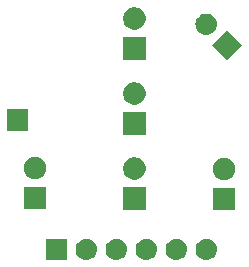
<source format=gbr>
G04 #@! TF.GenerationSoftware,KiCad,Pcbnew,5.0.1*
G04 #@! TF.CreationDate,2019-01-22T17:41:17+05:30*
G04 #@! TF.ProjectId,traffic,747261666669632E6B696361645F7063,rev?*
G04 #@! TF.SameCoordinates,Original*
G04 #@! TF.FileFunction,Soldermask,Top*
G04 #@! TF.FilePolarity,Negative*
%FSLAX46Y46*%
G04 Gerber Fmt 4.6, Leading zero omitted, Abs format (unit mm)*
G04 Created by KiCad (PCBNEW 5.0.1) date Tue 22 Jan 2019 05:41:17 PM IST*
%MOMM*%
%LPD*%
G01*
G04 APERTURE LIST*
%ADD10C,0.100000*%
G04 APERTURE END LIST*
D10*
G36*
X141617000Y-106565000D02*
X139815000Y-106565000D01*
X139815000Y-104763000D01*
X141617000Y-104763000D01*
X141617000Y-106565000D01*
X141617000Y-106565000D01*
G37*
G36*
X143366442Y-104769518D02*
X143432627Y-104776037D01*
X143545853Y-104810384D01*
X143602467Y-104827557D01*
X143741087Y-104901652D01*
X143758991Y-104911222D01*
X143794729Y-104940552D01*
X143896186Y-105023814D01*
X143979448Y-105125271D01*
X144008778Y-105161009D01*
X144008779Y-105161011D01*
X144092443Y-105317533D01*
X144092443Y-105317534D01*
X144143963Y-105487373D01*
X144161359Y-105664000D01*
X144143963Y-105840627D01*
X144109616Y-105953853D01*
X144092443Y-106010467D01*
X144018348Y-106149087D01*
X144008778Y-106166991D01*
X143979448Y-106202729D01*
X143896186Y-106304186D01*
X143794729Y-106387448D01*
X143758991Y-106416778D01*
X143758989Y-106416779D01*
X143602467Y-106500443D01*
X143545853Y-106517616D01*
X143432627Y-106551963D01*
X143366442Y-106558482D01*
X143300260Y-106565000D01*
X143211740Y-106565000D01*
X143145558Y-106558482D01*
X143079373Y-106551963D01*
X142966147Y-106517616D01*
X142909533Y-106500443D01*
X142753011Y-106416779D01*
X142753009Y-106416778D01*
X142717271Y-106387448D01*
X142615814Y-106304186D01*
X142532552Y-106202729D01*
X142503222Y-106166991D01*
X142493652Y-106149087D01*
X142419557Y-106010467D01*
X142402384Y-105953853D01*
X142368037Y-105840627D01*
X142350641Y-105664000D01*
X142368037Y-105487373D01*
X142419557Y-105317534D01*
X142419557Y-105317533D01*
X142503221Y-105161011D01*
X142503222Y-105161009D01*
X142532552Y-105125271D01*
X142615814Y-105023814D01*
X142717271Y-104940552D01*
X142753009Y-104911222D01*
X142770913Y-104901652D01*
X142909533Y-104827557D01*
X142966147Y-104810384D01*
X143079373Y-104776037D01*
X143145558Y-104769518D01*
X143211740Y-104763000D01*
X143300260Y-104763000D01*
X143366442Y-104769518D01*
X143366442Y-104769518D01*
G37*
G36*
X145906442Y-104769518D02*
X145972627Y-104776037D01*
X146085853Y-104810384D01*
X146142467Y-104827557D01*
X146281087Y-104901652D01*
X146298991Y-104911222D01*
X146334729Y-104940552D01*
X146436186Y-105023814D01*
X146519448Y-105125271D01*
X146548778Y-105161009D01*
X146548779Y-105161011D01*
X146632443Y-105317533D01*
X146632443Y-105317534D01*
X146683963Y-105487373D01*
X146701359Y-105664000D01*
X146683963Y-105840627D01*
X146649616Y-105953853D01*
X146632443Y-106010467D01*
X146558348Y-106149087D01*
X146548778Y-106166991D01*
X146519448Y-106202729D01*
X146436186Y-106304186D01*
X146334729Y-106387448D01*
X146298991Y-106416778D01*
X146298989Y-106416779D01*
X146142467Y-106500443D01*
X146085853Y-106517616D01*
X145972627Y-106551963D01*
X145906442Y-106558482D01*
X145840260Y-106565000D01*
X145751740Y-106565000D01*
X145685558Y-106558482D01*
X145619373Y-106551963D01*
X145506147Y-106517616D01*
X145449533Y-106500443D01*
X145293011Y-106416779D01*
X145293009Y-106416778D01*
X145257271Y-106387448D01*
X145155814Y-106304186D01*
X145072552Y-106202729D01*
X145043222Y-106166991D01*
X145033652Y-106149087D01*
X144959557Y-106010467D01*
X144942384Y-105953853D01*
X144908037Y-105840627D01*
X144890641Y-105664000D01*
X144908037Y-105487373D01*
X144959557Y-105317534D01*
X144959557Y-105317533D01*
X145043221Y-105161011D01*
X145043222Y-105161009D01*
X145072552Y-105125271D01*
X145155814Y-105023814D01*
X145257271Y-104940552D01*
X145293009Y-104911222D01*
X145310913Y-104901652D01*
X145449533Y-104827557D01*
X145506147Y-104810384D01*
X145619373Y-104776037D01*
X145685558Y-104769518D01*
X145751740Y-104763000D01*
X145840260Y-104763000D01*
X145906442Y-104769518D01*
X145906442Y-104769518D01*
G37*
G36*
X148446442Y-104769518D02*
X148512627Y-104776037D01*
X148625853Y-104810384D01*
X148682467Y-104827557D01*
X148821087Y-104901652D01*
X148838991Y-104911222D01*
X148874729Y-104940552D01*
X148976186Y-105023814D01*
X149059448Y-105125271D01*
X149088778Y-105161009D01*
X149088779Y-105161011D01*
X149172443Y-105317533D01*
X149172443Y-105317534D01*
X149223963Y-105487373D01*
X149241359Y-105664000D01*
X149223963Y-105840627D01*
X149189616Y-105953853D01*
X149172443Y-106010467D01*
X149098348Y-106149087D01*
X149088778Y-106166991D01*
X149059448Y-106202729D01*
X148976186Y-106304186D01*
X148874729Y-106387448D01*
X148838991Y-106416778D01*
X148838989Y-106416779D01*
X148682467Y-106500443D01*
X148625853Y-106517616D01*
X148512627Y-106551963D01*
X148446442Y-106558482D01*
X148380260Y-106565000D01*
X148291740Y-106565000D01*
X148225558Y-106558482D01*
X148159373Y-106551963D01*
X148046147Y-106517616D01*
X147989533Y-106500443D01*
X147833011Y-106416779D01*
X147833009Y-106416778D01*
X147797271Y-106387448D01*
X147695814Y-106304186D01*
X147612552Y-106202729D01*
X147583222Y-106166991D01*
X147573652Y-106149087D01*
X147499557Y-106010467D01*
X147482384Y-105953853D01*
X147448037Y-105840627D01*
X147430641Y-105664000D01*
X147448037Y-105487373D01*
X147499557Y-105317534D01*
X147499557Y-105317533D01*
X147583221Y-105161011D01*
X147583222Y-105161009D01*
X147612552Y-105125271D01*
X147695814Y-105023814D01*
X147797271Y-104940552D01*
X147833009Y-104911222D01*
X147850913Y-104901652D01*
X147989533Y-104827557D01*
X148046147Y-104810384D01*
X148159373Y-104776037D01*
X148225558Y-104769518D01*
X148291740Y-104763000D01*
X148380260Y-104763000D01*
X148446442Y-104769518D01*
X148446442Y-104769518D01*
G37*
G36*
X153526442Y-104769518D02*
X153592627Y-104776037D01*
X153705853Y-104810384D01*
X153762467Y-104827557D01*
X153901087Y-104901652D01*
X153918991Y-104911222D01*
X153954729Y-104940552D01*
X154056186Y-105023814D01*
X154139448Y-105125271D01*
X154168778Y-105161009D01*
X154168779Y-105161011D01*
X154252443Y-105317533D01*
X154252443Y-105317534D01*
X154303963Y-105487373D01*
X154321359Y-105664000D01*
X154303963Y-105840627D01*
X154269616Y-105953853D01*
X154252443Y-106010467D01*
X154178348Y-106149087D01*
X154168778Y-106166991D01*
X154139448Y-106202729D01*
X154056186Y-106304186D01*
X153954729Y-106387448D01*
X153918991Y-106416778D01*
X153918989Y-106416779D01*
X153762467Y-106500443D01*
X153705853Y-106517616D01*
X153592627Y-106551963D01*
X153526442Y-106558482D01*
X153460260Y-106565000D01*
X153371740Y-106565000D01*
X153305558Y-106558482D01*
X153239373Y-106551963D01*
X153126147Y-106517616D01*
X153069533Y-106500443D01*
X152913011Y-106416779D01*
X152913009Y-106416778D01*
X152877271Y-106387448D01*
X152775814Y-106304186D01*
X152692552Y-106202729D01*
X152663222Y-106166991D01*
X152653652Y-106149087D01*
X152579557Y-106010467D01*
X152562384Y-105953853D01*
X152528037Y-105840627D01*
X152510641Y-105664000D01*
X152528037Y-105487373D01*
X152579557Y-105317534D01*
X152579557Y-105317533D01*
X152663221Y-105161011D01*
X152663222Y-105161009D01*
X152692552Y-105125271D01*
X152775814Y-105023814D01*
X152877271Y-104940552D01*
X152913009Y-104911222D01*
X152930913Y-104901652D01*
X153069533Y-104827557D01*
X153126147Y-104810384D01*
X153239373Y-104776037D01*
X153305558Y-104769518D01*
X153371740Y-104763000D01*
X153460260Y-104763000D01*
X153526442Y-104769518D01*
X153526442Y-104769518D01*
G37*
G36*
X150986442Y-104769518D02*
X151052627Y-104776037D01*
X151165853Y-104810384D01*
X151222467Y-104827557D01*
X151361087Y-104901652D01*
X151378991Y-104911222D01*
X151414729Y-104940552D01*
X151516186Y-105023814D01*
X151599448Y-105125271D01*
X151628778Y-105161009D01*
X151628779Y-105161011D01*
X151712443Y-105317533D01*
X151712443Y-105317534D01*
X151763963Y-105487373D01*
X151781359Y-105664000D01*
X151763963Y-105840627D01*
X151729616Y-105953853D01*
X151712443Y-106010467D01*
X151638348Y-106149087D01*
X151628778Y-106166991D01*
X151599448Y-106202729D01*
X151516186Y-106304186D01*
X151414729Y-106387448D01*
X151378991Y-106416778D01*
X151378989Y-106416779D01*
X151222467Y-106500443D01*
X151165853Y-106517616D01*
X151052627Y-106551963D01*
X150986442Y-106558482D01*
X150920260Y-106565000D01*
X150831740Y-106565000D01*
X150765558Y-106558482D01*
X150699373Y-106551963D01*
X150586147Y-106517616D01*
X150529533Y-106500443D01*
X150373011Y-106416779D01*
X150373009Y-106416778D01*
X150337271Y-106387448D01*
X150235814Y-106304186D01*
X150152552Y-106202729D01*
X150123222Y-106166991D01*
X150113652Y-106149087D01*
X150039557Y-106010467D01*
X150022384Y-105953853D01*
X149988037Y-105840627D01*
X149970641Y-105664000D01*
X149988037Y-105487373D01*
X150039557Y-105317534D01*
X150039557Y-105317533D01*
X150123221Y-105161011D01*
X150123222Y-105161009D01*
X150152552Y-105125271D01*
X150235814Y-105023814D01*
X150337271Y-104940552D01*
X150373009Y-104911222D01*
X150390913Y-104901652D01*
X150529533Y-104827557D01*
X150586147Y-104810384D01*
X150699373Y-104776037D01*
X150765558Y-104769518D01*
X150831740Y-104763000D01*
X150920260Y-104763000D01*
X150986442Y-104769518D01*
X150986442Y-104769518D01*
G37*
G36*
X155851000Y-102351000D02*
X153949000Y-102351000D01*
X153949000Y-100449000D01*
X155851000Y-100449000D01*
X155851000Y-102351000D01*
X155851000Y-102351000D01*
G37*
G36*
X148271000Y-102297000D02*
X146369000Y-102297000D01*
X146369000Y-100395000D01*
X148271000Y-100395000D01*
X148271000Y-102297000D01*
X148271000Y-102297000D01*
G37*
G36*
X139851000Y-102251000D02*
X137949000Y-102251000D01*
X137949000Y-100349000D01*
X139851000Y-100349000D01*
X139851000Y-102251000D01*
X139851000Y-102251000D01*
G37*
G36*
X155177396Y-97945546D02*
X155350466Y-98017234D01*
X155506230Y-98121312D01*
X155638688Y-98253770D01*
X155742766Y-98409534D01*
X155814454Y-98582604D01*
X155851000Y-98766333D01*
X155851000Y-98953667D01*
X155814454Y-99137396D01*
X155742766Y-99310466D01*
X155638688Y-99466230D01*
X155506230Y-99598688D01*
X155350466Y-99702766D01*
X155177396Y-99774454D01*
X154993667Y-99811000D01*
X154806333Y-99811000D01*
X154622604Y-99774454D01*
X154449534Y-99702766D01*
X154293770Y-99598688D01*
X154161312Y-99466230D01*
X154057234Y-99310466D01*
X153985546Y-99137396D01*
X153949000Y-98953667D01*
X153949000Y-98766333D01*
X153985546Y-98582604D01*
X154057234Y-98409534D01*
X154161312Y-98253770D01*
X154293770Y-98121312D01*
X154449534Y-98017234D01*
X154622604Y-97945546D01*
X154806333Y-97909000D01*
X154993667Y-97909000D01*
X155177396Y-97945546D01*
X155177396Y-97945546D01*
G37*
G36*
X147597396Y-97891546D02*
X147770466Y-97963234D01*
X147926230Y-98067312D01*
X148058688Y-98199770D01*
X148162766Y-98355534D01*
X148234454Y-98528604D01*
X148271000Y-98712333D01*
X148271000Y-98899667D01*
X148234454Y-99083396D01*
X148162766Y-99256466D01*
X148058688Y-99412230D01*
X147926230Y-99544688D01*
X147770466Y-99648766D01*
X147597396Y-99720454D01*
X147413667Y-99757000D01*
X147226333Y-99757000D01*
X147042604Y-99720454D01*
X146869534Y-99648766D01*
X146713770Y-99544688D01*
X146581312Y-99412230D01*
X146477234Y-99256466D01*
X146405546Y-99083396D01*
X146369000Y-98899667D01*
X146369000Y-98712333D01*
X146405546Y-98528604D01*
X146477234Y-98355534D01*
X146581312Y-98199770D01*
X146713770Y-98067312D01*
X146869534Y-97963234D01*
X147042604Y-97891546D01*
X147226333Y-97855000D01*
X147413667Y-97855000D01*
X147597396Y-97891546D01*
X147597396Y-97891546D01*
G37*
G36*
X139177396Y-97845546D02*
X139350466Y-97917234D01*
X139506230Y-98021312D01*
X139638688Y-98153770D01*
X139742766Y-98309534D01*
X139814454Y-98482604D01*
X139851000Y-98666333D01*
X139851000Y-98853667D01*
X139814454Y-99037396D01*
X139742766Y-99210466D01*
X139638688Y-99366230D01*
X139506230Y-99498688D01*
X139350466Y-99602766D01*
X139177396Y-99674454D01*
X138993667Y-99711000D01*
X138806333Y-99711000D01*
X138622604Y-99674454D01*
X138449534Y-99602766D01*
X138293770Y-99498688D01*
X138161312Y-99366230D01*
X138057234Y-99210466D01*
X137985546Y-99037396D01*
X137949000Y-98853667D01*
X137949000Y-98666333D01*
X137985546Y-98482604D01*
X138057234Y-98309534D01*
X138161312Y-98153770D01*
X138293770Y-98021312D01*
X138449534Y-97917234D01*
X138622604Y-97845546D01*
X138806333Y-97809000D01*
X138993667Y-97809000D01*
X139177396Y-97845546D01*
X139177396Y-97845546D01*
G37*
G36*
X148271000Y-95947000D02*
X146369000Y-95947000D01*
X146369000Y-94045000D01*
X148271000Y-94045000D01*
X148271000Y-95947000D01*
X148271000Y-95947000D01*
G37*
G36*
X138301000Y-95601000D02*
X136499000Y-95601000D01*
X136499000Y-93799000D01*
X138301000Y-93799000D01*
X138301000Y-95601000D01*
X138301000Y-95601000D01*
G37*
G36*
X147597396Y-91541546D02*
X147770466Y-91613234D01*
X147926230Y-91717312D01*
X148058688Y-91849770D01*
X148162766Y-92005534D01*
X148234454Y-92178604D01*
X148271000Y-92362333D01*
X148271000Y-92549667D01*
X148234454Y-92733396D01*
X148162766Y-92906466D01*
X148058688Y-93062230D01*
X147926230Y-93194688D01*
X147770466Y-93298766D01*
X147597396Y-93370454D01*
X147413667Y-93407000D01*
X147226333Y-93407000D01*
X147042604Y-93370454D01*
X146869534Y-93298766D01*
X146713770Y-93194688D01*
X146581312Y-93062230D01*
X146477234Y-92906466D01*
X146405546Y-92733396D01*
X146369000Y-92549667D01*
X146369000Y-92362333D01*
X146405546Y-92178604D01*
X146477234Y-92005534D01*
X146581312Y-91849770D01*
X146713770Y-91717312D01*
X146869534Y-91613234D01*
X147042604Y-91541546D01*
X147226333Y-91505000D01*
X147413667Y-91505000D01*
X147597396Y-91541546D01*
X147597396Y-91541546D01*
G37*
G36*
X156468207Y-88392000D02*
X155194000Y-89666207D01*
X153919793Y-88392000D01*
X155194000Y-87117793D01*
X156468207Y-88392000D01*
X156468207Y-88392000D01*
G37*
G36*
X148271000Y-89597000D02*
X146369000Y-89597000D01*
X146369000Y-87695000D01*
X148271000Y-87695000D01*
X148271000Y-89597000D01*
X148271000Y-89597000D01*
G37*
G36*
X153508391Y-85701467D02*
X153574576Y-85707986D01*
X153687802Y-85742333D01*
X153744416Y-85759506D01*
X153873687Y-85828604D01*
X153900940Y-85843171D01*
X153936678Y-85872501D01*
X154038135Y-85955763D01*
X154121397Y-86057220D01*
X154150727Y-86092958D01*
X154150728Y-86092960D01*
X154234392Y-86249482D01*
X154234392Y-86249483D01*
X154285912Y-86419322D01*
X154303308Y-86595949D01*
X154285912Y-86772576D01*
X154264037Y-86844688D01*
X154234392Y-86942416D01*
X154192679Y-87020454D01*
X154150727Y-87098940D01*
X154135254Y-87117794D01*
X154038135Y-87236135D01*
X153936678Y-87319397D01*
X153900940Y-87348727D01*
X153900938Y-87348728D01*
X153744416Y-87432392D01*
X153687802Y-87449565D01*
X153574576Y-87483912D01*
X153508392Y-87490430D01*
X153442209Y-87496949D01*
X153353689Y-87496949D01*
X153287506Y-87490430D01*
X153221322Y-87483912D01*
X153108096Y-87449565D01*
X153051482Y-87432392D01*
X152894960Y-87348728D01*
X152894958Y-87348727D01*
X152859220Y-87319397D01*
X152757763Y-87236135D01*
X152660644Y-87117794D01*
X152645171Y-87098940D01*
X152603219Y-87020454D01*
X152561506Y-86942416D01*
X152531861Y-86844688D01*
X152509986Y-86772576D01*
X152492590Y-86595949D01*
X152509986Y-86419322D01*
X152561506Y-86249483D01*
X152561506Y-86249482D01*
X152645170Y-86092960D01*
X152645171Y-86092958D01*
X152674501Y-86057220D01*
X152757763Y-85955763D01*
X152859220Y-85872501D01*
X152894958Y-85843171D01*
X152922211Y-85828604D01*
X153051482Y-85759506D01*
X153108096Y-85742333D01*
X153221322Y-85707986D01*
X153287507Y-85701467D01*
X153353689Y-85694949D01*
X153442209Y-85694949D01*
X153508391Y-85701467D01*
X153508391Y-85701467D01*
G37*
G36*
X147597396Y-85191546D02*
X147770466Y-85263234D01*
X147926230Y-85367312D01*
X148058688Y-85499770D01*
X148162766Y-85655534D01*
X148234454Y-85828604D01*
X148271000Y-86012333D01*
X148271000Y-86199667D01*
X148234454Y-86383396D01*
X148162766Y-86556466D01*
X148058688Y-86712230D01*
X147926230Y-86844688D01*
X147770466Y-86948766D01*
X147597396Y-87020454D01*
X147413667Y-87057000D01*
X147226333Y-87057000D01*
X147042604Y-87020454D01*
X146869534Y-86948766D01*
X146713770Y-86844688D01*
X146581312Y-86712230D01*
X146477234Y-86556466D01*
X146405546Y-86383396D01*
X146369000Y-86199667D01*
X146369000Y-86012333D01*
X146405546Y-85828604D01*
X146477234Y-85655534D01*
X146581312Y-85499770D01*
X146713770Y-85367312D01*
X146869534Y-85263234D01*
X147042604Y-85191546D01*
X147226333Y-85155000D01*
X147413667Y-85155000D01*
X147597396Y-85191546D01*
X147597396Y-85191546D01*
G37*
M02*

</source>
